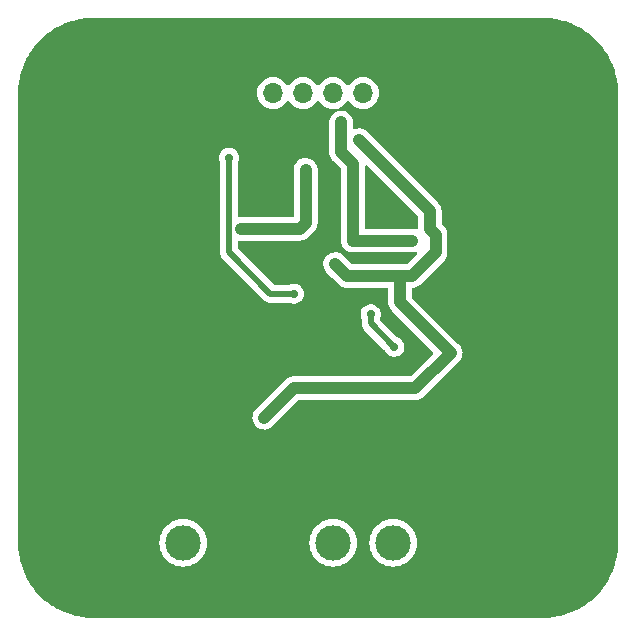
<source format=gbr>
%TF.GenerationSoftware,KiCad,Pcbnew,7.0.5*%
%TF.CreationDate,2023-09-16T15:22:35-07:00*%
%TF.ProjectId,PulseCounterI2C,50756c73-6543-46f7-956e-746572493243,rev?*%
%TF.SameCoordinates,Original*%
%TF.FileFunction,Copper,L2,Bot*%
%TF.FilePolarity,Positive*%
%FSLAX46Y46*%
G04 Gerber Fmt 4.6, Leading zero omitted, Abs format (unit mm)*
G04 Created by KiCad (PCBNEW 7.0.5) date 2023-09-16 15:22:35*
%MOMM*%
%LPD*%
G01*
G04 APERTURE LIST*
%TA.AperFunction,ComponentPad*%
%ADD10C,5.600000*%
%TD*%
%TA.AperFunction,ComponentPad*%
%ADD11R,1.700000X1.700000*%
%TD*%
%TA.AperFunction,ComponentPad*%
%ADD12O,1.700000X1.700000*%
%TD*%
%TA.AperFunction,ComponentPad*%
%ADD13R,3.000000X3.000000*%
%TD*%
%TA.AperFunction,ComponentPad*%
%ADD14C,3.000000*%
%TD*%
%TA.AperFunction,ViaPad*%
%ADD15C,0.700000*%
%TD*%
%TA.AperFunction,Conductor*%
%ADD16C,1.000000*%
%TD*%
%TA.AperFunction,Conductor*%
%ADD17C,0.500000*%
%TD*%
G04 APERTURE END LIST*
D10*
%TO.P,J2,1,Pin_1*%
%TO.N,GND*%
X165100000Y-63500000D03*
%TD*%
%TO.P,J4,1,Pin_1*%
%TO.N,GND*%
X127000000Y-101600000D03*
%TD*%
D11*
%TO.P,J7,1,Pin_1*%
%TO.N,GND*%
X152400000Y-63500000D03*
D12*
%TO.P,J7,2,Pin_2*%
%TO.N,/I2CConnector/VI2C*%
X149860000Y-63500000D03*
%TO.P,J7,3,Pin_3*%
%TO.N,Net-(D3-A)*%
X147320000Y-63500000D03*
%TO.P,J7,4,Pin_4*%
%TO.N,Net-(D2-A)*%
X144780000Y-63500000D03*
%TO.P,J7,5,Pin_5*%
%TO.N,/I2CConnector/INT*%
X142240000Y-63500000D03*
%TD*%
D13*
%TO.P,J6,1,Pin_1*%
%TO.N,GND*%
X139700000Y-101600000D03*
D14*
%TO.P,J6,2,Pin_2*%
%TO.N,Net-(J6-Pin_2)*%
X134620000Y-101600000D03*
%TD*%
D10*
%TO.P,J3,1,Pin_1*%
%TO.N,GND*%
X165100000Y-101600000D03*
%TD*%
D13*
%TO.P,J5,1,Pin_1*%
%TO.N,GND*%
X157480000Y-101600000D03*
D14*
%TO.P,J5,2,Pin_2*%
%TO.N,Net-(J5-Pin_2)*%
X152400000Y-101600000D03*
%TO.P,J5,3,Pin_3*%
%TO.N,+5V*%
X147320000Y-101600000D03*
%TD*%
D10*
%TO.P,J1,1,Pin_1*%
%TO.N,GND*%
X127000000Y-63500000D03*
%TD*%
D15*
%TO.N,GND*%
X149000000Y-82000000D03*
X150500000Y-70500000D03*
X144000000Y-82000000D03*
X143500000Y-95000000D03*
X146000000Y-91000000D03*
X140500000Y-71500000D03*
X134000000Y-81000000D03*
X133500000Y-73500000D03*
X128000000Y-92000000D03*
X128000000Y-96000000D03*
X146500000Y-66500000D03*
X152750000Y-83250000D03*
X128500000Y-84000000D03*
X141000000Y-77000000D03*
X155000000Y-80500000D03*
X153250000Y-86500000D03*
X139000000Y-66500000D03*
X143500000Y-66500000D03*
X152500000Y-74000000D03*
X135000000Y-90500000D03*
X144000000Y-91000000D03*
X152250000Y-90250000D03*
X141000000Y-89000000D03*
%TO.N,+5V*%
X149500000Y-67500000D03*
X141500000Y-91000000D03*
X157275000Y-85500000D03*
X153000000Y-79000000D03*
X147500000Y-78000000D03*
%TO.N,Net-(D2-A)*%
X144500000Y-75000000D03*
X145000000Y-70000000D03*
X139500000Y-75000000D03*
%TO.N,Net-(D3-A)*%
X148500000Y-69000000D03*
X154000000Y-76000000D03*
X148000000Y-66000000D03*
X149000000Y-76000000D03*
%TO.N,/I2CConnector/INT*%
X144000000Y-80500000D03*
X138500000Y-69000000D03*
%TO.N,/EEPROMI2C/SDA*%
X152500000Y-85000000D03*
X150500000Y-82250000D03*
%TD*%
D16*
%TO.N,GND*%
X139700000Y-101600000D02*
X139700000Y-95200000D01*
X139700000Y-98800000D02*
X143500000Y-95000000D01*
D17*
X150250000Y-80750000D02*
X149000000Y-82000000D01*
D16*
X146000000Y-91000000D02*
X146000000Y-92500000D01*
X127000000Y-63500000D02*
X136000000Y-63500000D01*
D17*
X151750000Y-81750000D02*
X150750000Y-80750000D01*
X150750000Y-80750000D02*
X150250000Y-80750000D01*
D16*
X139700000Y-95200000D02*
X135000000Y-90500000D01*
D17*
X152750000Y-83250000D02*
X151750000Y-82250000D01*
D16*
X136000000Y-63500000D02*
X139000000Y-66500000D01*
X146000000Y-92500000D02*
X143500000Y-95000000D01*
X139700000Y-101600000D02*
X139700000Y-98800000D01*
D17*
X151750000Y-82250000D02*
X151750000Y-81750000D01*
D16*
%TO.N,+5V*%
X154000000Y-79000000D02*
X153000000Y-79000000D01*
X144000000Y-88500000D02*
X154275000Y-88500000D01*
X141500000Y-91000000D02*
X144000000Y-88500000D01*
X155500000Y-73500000D02*
X155500000Y-75000000D01*
X156000000Y-77000000D02*
X154000000Y-79000000D01*
X153000000Y-79000000D02*
X148500000Y-79000000D01*
X155500000Y-75000000D02*
X156000000Y-75500000D01*
X154275000Y-88500000D02*
X157275000Y-85500000D01*
X149500000Y-67500000D02*
X155500000Y-73500000D01*
X153000000Y-79000000D02*
X153000000Y-81225000D01*
X153000000Y-81225000D02*
X157275000Y-85500000D01*
X148500000Y-79000000D02*
X147500000Y-78000000D01*
X156000000Y-75500000D02*
X156000000Y-77000000D01*
%TO.N,Net-(D2-A)*%
X144500000Y-75000000D02*
X139500000Y-75000000D01*
X145000000Y-70000000D02*
X145000000Y-74500000D01*
X145000000Y-74500000D02*
X144500000Y-75000000D01*
%TO.N,Net-(D3-A)*%
X148000000Y-66000000D02*
X148000000Y-68500000D01*
X154000000Y-76000000D02*
X149000000Y-76000000D01*
X149000000Y-76000000D02*
X149000000Y-69500000D01*
X148000000Y-68500000D02*
X148500000Y-69000000D01*
X149000000Y-69500000D02*
X148500000Y-69000000D01*
D17*
%TO.N,/I2CConnector/INT*%
X144000000Y-80500000D02*
X142000000Y-80500000D01*
X138500000Y-77000000D02*
X138500000Y-69000000D01*
X142000000Y-80500000D02*
X138500000Y-77000000D01*
%TO.N,/EEPROMI2C/SDA*%
X150500000Y-82250000D02*
X150500000Y-83000000D01*
X150500000Y-83000000D02*
X152500000Y-85000000D01*
%TD*%
%TA.AperFunction,Conductor*%
%TO.N,GND*%
G36*
X150205703Y-69621069D02*
G01*
X150212166Y-69627087D01*
X154463182Y-73878103D01*
X154496666Y-73939424D01*
X154499500Y-73965782D01*
X154499500Y-74937469D01*
X154479815Y-75004508D01*
X154427011Y-75050263D01*
X154357853Y-75060207D01*
X154326603Y-75051421D01*
X154301060Y-75040460D01*
X154101741Y-74999500D01*
X150124500Y-74999500D01*
X150057461Y-74979815D01*
X150011706Y-74927011D01*
X150000500Y-74875500D01*
X150000500Y-69714782D01*
X150020185Y-69647743D01*
X150072989Y-69601988D01*
X150142147Y-69592044D01*
X150205703Y-69621069D01*
G37*
%TD.AperFunction*%
%TA.AperFunction,Conductor*%
G36*
X165101132Y-57150542D02*
G01*
X165367225Y-57160498D01*
X165577583Y-57168764D01*
X165582032Y-57169102D01*
X165835974Y-57197715D01*
X166061099Y-57224360D01*
X166065303Y-57225006D01*
X166313451Y-57271958D01*
X166538986Y-57316819D01*
X166542853Y-57317721D01*
X166785652Y-57382779D01*
X167008288Y-57445569D01*
X167011911Y-57446713D01*
X167248532Y-57529511D01*
X167466363Y-57609873D01*
X167469661Y-57611200D01*
X167698568Y-57711071D01*
X167699704Y-57711581D01*
X167910484Y-57808752D01*
X167913428Y-57810207D01*
X168134014Y-57926790D01*
X168135262Y-57927469D01*
X168338027Y-58041023D01*
X168340662Y-58042587D01*
X168546667Y-58172028D01*
X168551743Y-58175218D01*
X168553185Y-58176152D01*
X168746495Y-58305318D01*
X168748867Y-58306984D01*
X168949333Y-58454935D01*
X168950874Y-58456110D01*
X169133553Y-58600123D01*
X169135549Y-58601767D01*
X169324378Y-58764267D01*
X169326007Y-58765721D01*
X169496852Y-58923648D01*
X169498594Y-58925324D01*
X169674674Y-59101404D01*
X169676362Y-59103159D01*
X169834277Y-59273991D01*
X169835738Y-59275628D01*
X169998223Y-59464440D01*
X169999883Y-59466456D01*
X170143868Y-59649099D01*
X170145063Y-59650665D01*
X170293014Y-59851131D01*
X170294680Y-59853503D01*
X170423834Y-60046795D01*
X170424780Y-60048255D01*
X170557390Y-60259301D01*
X170558988Y-60261993D01*
X170672508Y-60464698D01*
X170673228Y-60466022D01*
X170789777Y-60686542D01*
X170791259Y-60689541D01*
X170888414Y-60900288D01*
X170888936Y-60901451D01*
X170988796Y-61130333D01*
X170990138Y-61133668D01*
X171070486Y-61351463D01*
X171153284Y-61588086D01*
X171154436Y-61591735D01*
X171217221Y-61814353D01*
X171282270Y-62057118D01*
X171283188Y-62061057D01*
X171328039Y-62286534D01*
X171374989Y-62534677D01*
X171375640Y-62538917D01*
X171402279Y-62763983D01*
X171430894Y-63017950D01*
X171431237Y-63022459D01*
X171439521Y-63233300D01*
X171440480Y-63258942D01*
X171449457Y-63498868D01*
X171449500Y-63501152D01*
X171449500Y-101598847D01*
X171449457Y-101601132D01*
X171440985Y-101827555D01*
X171439521Y-101866699D01*
X171431237Y-102077539D01*
X171430894Y-102082048D01*
X171402279Y-102336015D01*
X171375640Y-102561081D01*
X171374989Y-102565321D01*
X171328039Y-102813464D01*
X171283192Y-103038927D01*
X171282270Y-103042880D01*
X171217221Y-103285645D01*
X171154436Y-103508263D01*
X171153284Y-103511912D01*
X171070486Y-103748535D01*
X170990138Y-103966330D01*
X170988796Y-103969665D01*
X170888936Y-104198547D01*
X170888414Y-104199710D01*
X170791259Y-104410457D01*
X170789769Y-104413472D01*
X170673228Y-104633976D01*
X170672508Y-104635300D01*
X170558988Y-104838005D01*
X170557390Y-104840697D01*
X170424780Y-105051743D01*
X170423834Y-105053203D01*
X170294680Y-105246495D01*
X170293014Y-105248867D01*
X170145063Y-105449333D01*
X170143868Y-105450899D01*
X169999906Y-105633515D01*
X169998210Y-105635574D01*
X169835743Y-105824364D01*
X169834277Y-105826007D01*
X169676362Y-105996839D01*
X169674674Y-105998594D01*
X169498594Y-106174674D01*
X169496839Y-106176362D01*
X169326007Y-106334277D01*
X169324364Y-106335743D01*
X169135574Y-106498210D01*
X169133515Y-106499906D01*
X168950899Y-106643868D01*
X168949333Y-106645063D01*
X168748867Y-106793014D01*
X168746495Y-106794680D01*
X168553203Y-106923834D01*
X168551743Y-106924780D01*
X168340697Y-107057390D01*
X168338005Y-107058988D01*
X168135300Y-107172508D01*
X168133976Y-107173228D01*
X167913472Y-107289769D01*
X167910457Y-107291259D01*
X167699710Y-107388414D01*
X167698547Y-107388936D01*
X167469665Y-107488796D01*
X167466330Y-107490138D01*
X167248535Y-107570486D01*
X167011912Y-107653284D01*
X167008263Y-107654436D01*
X166785645Y-107717221D01*
X166542880Y-107782270D01*
X166538927Y-107783192D01*
X166313464Y-107828039D01*
X166065321Y-107874989D01*
X166061081Y-107875640D01*
X165836015Y-107902279D01*
X165582048Y-107930894D01*
X165577538Y-107931237D01*
X165366889Y-107939513D01*
X165203648Y-107945621D01*
X165101132Y-107949457D01*
X165098848Y-107949500D01*
X127001152Y-107949500D01*
X126998867Y-107949457D01*
X126891409Y-107945436D01*
X126733109Y-107939513D01*
X126522460Y-107931237D01*
X126517950Y-107930894D01*
X126263983Y-107902279D01*
X126038917Y-107875640D01*
X126034677Y-107874989D01*
X125786534Y-107828039D01*
X125561057Y-107783188D01*
X125557118Y-107782270D01*
X125314353Y-107717221D01*
X125091735Y-107654436D01*
X125088086Y-107653284D01*
X124851463Y-107570486D01*
X124633668Y-107490138D01*
X124630333Y-107488796D01*
X124401451Y-107388936D01*
X124400288Y-107388414D01*
X124189541Y-107291259D01*
X124186542Y-107289777D01*
X124051687Y-107218504D01*
X123966022Y-107173228D01*
X123964698Y-107172508D01*
X123761993Y-107058988D01*
X123759313Y-107057397D01*
X123637545Y-106980885D01*
X123548255Y-106924780D01*
X123546795Y-106923834D01*
X123353503Y-106794680D01*
X123351131Y-106793014D01*
X123150665Y-106645063D01*
X123149099Y-106643868D01*
X122966456Y-106499883D01*
X122964440Y-106498223D01*
X122775628Y-106335738D01*
X122773991Y-106334277D01*
X122603159Y-106176362D01*
X122601404Y-106174674D01*
X122425324Y-105998594D01*
X122423648Y-105996852D01*
X122265721Y-105826007D01*
X122264255Y-105824364D01*
X122101767Y-105635549D01*
X122100123Y-105633553D01*
X121956110Y-105450874D01*
X121954935Y-105449333D01*
X121806984Y-105248867D01*
X121805318Y-105246495D01*
X121676164Y-105053203D01*
X121675218Y-105051743D01*
X121672028Y-105046667D01*
X121542587Y-104840662D01*
X121541023Y-104838027D01*
X121427469Y-104635262D01*
X121426790Y-104634014D01*
X121310207Y-104413428D01*
X121308752Y-104410484D01*
X121211581Y-104199704D01*
X121211062Y-104198547D01*
X121111202Y-103969665D01*
X121109873Y-103966363D01*
X121029507Y-103748521D01*
X120946714Y-103511912D01*
X120945569Y-103508288D01*
X120882779Y-103285652D01*
X120817721Y-103042853D01*
X120816819Y-103038986D01*
X120771958Y-102813451D01*
X120725006Y-102565303D01*
X120724360Y-102561099D01*
X120697715Y-102335974D01*
X120669102Y-102082032D01*
X120668764Y-102077581D01*
X120660489Y-101866983D01*
X120650542Y-101601131D01*
X120650521Y-101600001D01*
X132614390Y-101600001D01*
X132634804Y-101885433D01*
X132695628Y-102165037D01*
X132695630Y-102165043D01*
X132695631Y-102165046D01*
X132795633Y-102433161D01*
X132795635Y-102433166D01*
X132932770Y-102684309D01*
X132932775Y-102684317D01*
X133104254Y-102913387D01*
X133104270Y-102913405D01*
X133306594Y-103115729D01*
X133306612Y-103115745D01*
X133535682Y-103287224D01*
X133535690Y-103287229D01*
X133786833Y-103424364D01*
X133786832Y-103424364D01*
X133786836Y-103424365D01*
X133786839Y-103424367D01*
X134054954Y-103524369D01*
X134054960Y-103524370D01*
X134054962Y-103524371D01*
X134334566Y-103585195D01*
X134334568Y-103585195D01*
X134334572Y-103585196D01*
X134588220Y-103603337D01*
X134619999Y-103605610D01*
X134620000Y-103605610D01*
X134620001Y-103605610D01*
X134648595Y-103603564D01*
X134905428Y-103585196D01*
X135185046Y-103524369D01*
X135453161Y-103424367D01*
X135704315Y-103287226D01*
X135933395Y-103115739D01*
X136135739Y-102913395D01*
X136307226Y-102684315D01*
X136444367Y-102433161D01*
X136544369Y-102165046D01*
X136605196Y-101885428D01*
X136625610Y-101600001D01*
X145314390Y-101600001D01*
X145334804Y-101885433D01*
X145395628Y-102165037D01*
X145395630Y-102165043D01*
X145395631Y-102165046D01*
X145495633Y-102433161D01*
X145495635Y-102433166D01*
X145632770Y-102684309D01*
X145632775Y-102684317D01*
X145804254Y-102913387D01*
X145804270Y-102913405D01*
X146006594Y-103115729D01*
X146006612Y-103115745D01*
X146235682Y-103287224D01*
X146235690Y-103287229D01*
X146486833Y-103424364D01*
X146486832Y-103424364D01*
X146486836Y-103424365D01*
X146486839Y-103424367D01*
X146754954Y-103524369D01*
X146754960Y-103524370D01*
X146754962Y-103524371D01*
X147034566Y-103585195D01*
X147034568Y-103585195D01*
X147034572Y-103585196D01*
X147288220Y-103603337D01*
X147319999Y-103605610D01*
X147320000Y-103605610D01*
X147320001Y-103605610D01*
X147348595Y-103603564D01*
X147605428Y-103585196D01*
X147885046Y-103524369D01*
X148153161Y-103424367D01*
X148404315Y-103287226D01*
X148633395Y-103115739D01*
X148835739Y-102913395D01*
X149007226Y-102684315D01*
X149144367Y-102433161D01*
X149244369Y-102165046D01*
X149305196Y-101885428D01*
X149325610Y-101600001D01*
X150394390Y-101600001D01*
X150414804Y-101885433D01*
X150475628Y-102165037D01*
X150475630Y-102165043D01*
X150475631Y-102165046D01*
X150575633Y-102433161D01*
X150575635Y-102433166D01*
X150712770Y-102684309D01*
X150712775Y-102684317D01*
X150884254Y-102913387D01*
X150884270Y-102913405D01*
X151086594Y-103115729D01*
X151086612Y-103115745D01*
X151315682Y-103287224D01*
X151315690Y-103287229D01*
X151566833Y-103424364D01*
X151566832Y-103424364D01*
X151566836Y-103424365D01*
X151566839Y-103424367D01*
X151834954Y-103524369D01*
X151834960Y-103524370D01*
X151834962Y-103524371D01*
X152114566Y-103585195D01*
X152114568Y-103585195D01*
X152114572Y-103585196D01*
X152368220Y-103603337D01*
X152399999Y-103605610D01*
X152400000Y-103605610D01*
X152400001Y-103605610D01*
X152428595Y-103603564D01*
X152685428Y-103585196D01*
X152965046Y-103524369D01*
X153233161Y-103424367D01*
X153484315Y-103287226D01*
X153713395Y-103115739D01*
X153915739Y-102913395D01*
X154087226Y-102684315D01*
X154224367Y-102433161D01*
X154324369Y-102165046D01*
X154385196Y-101885428D01*
X154405610Y-101600000D01*
X154385196Y-101314572D01*
X154324369Y-101034954D01*
X154224367Y-100766839D01*
X154087226Y-100515685D01*
X154087224Y-100515682D01*
X153915745Y-100286612D01*
X153915729Y-100286594D01*
X153713405Y-100084270D01*
X153713387Y-100084254D01*
X153484317Y-99912775D01*
X153484309Y-99912770D01*
X153233166Y-99775635D01*
X153233167Y-99775635D01*
X153125915Y-99735632D01*
X152965046Y-99675631D01*
X152965043Y-99675630D01*
X152965037Y-99675628D01*
X152685433Y-99614804D01*
X152400001Y-99594390D01*
X152399999Y-99594390D01*
X152114566Y-99614804D01*
X151834962Y-99675628D01*
X151566833Y-99775635D01*
X151315690Y-99912770D01*
X151315682Y-99912775D01*
X151086612Y-100084254D01*
X151086594Y-100084270D01*
X150884270Y-100286594D01*
X150884254Y-100286612D01*
X150712775Y-100515682D01*
X150712770Y-100515690D01*
X150575635Y-100766833D01*
X150475628Y-101034962D01*
X150414804Y-101314566D01*
X150394390Y-101599998D01*
X150394390Y-101600001D01*
X149325610Y-101600001D01*
X149325610Y-101600000D01*
X149305196Y-101314572D01*
X149244369Y-101034954D01*
X149144367Y-100766839D01*
X149007226Y-100515685D01*
X149007224Y-100515682D01*
X148835745Y-100286612D01*
X148835729Y-100286594D01*
X148633405Y-100084270D01*
X148633387Y-100084254D01*
X148404317Y-99912775D01*
X148404309Y-99912770D01*
X148153166Y-99775635D01*
X148153167Y-99775635D01*
X148045914Y-99735632D01*
X147885046Y-99675631D01*
X147885043Y-99675630D01*
X147885037Y-99675628D01*
X147605433Y-99614804D01*
X147320001Y-99594390D01*
X147319999Y-99594390D01*
X147034566Y-99614804D01*
X146754962Y-99675628D01*
X146486833Y-99775635D01*
X146235690Y-99912770D01*
X146235682Y-99912775D01*
X146006612Y-100084254D01*
X146006594Y-100084270D01*
X145804270Y-100286594D01*
X145804254Y-100286612D01*
X145632775Y-100515682D01*
X145632770Y-100515690D01*
X145495635Y-100766833D01*
X145395628Y-101034962D01*
X145334804Y-101314566D01*
X145314390Y-101599998D01*
X145314390Y-101600001D01*
X136625610Y-101600001D01*
X136625610Y-101600000D01*
X136605196Y-101314572D01*
X136544369Y-101034954D01*
X136444367Y-100766839D01*
X136307226Y-100515685D01*
X136307224Y-100515682D01*
X136135745Y-100286612D01*
X136135729Y-100286594D01*
X135933405Y-100084270D01*
X135933387Y-100084254D01*
X135704317Y-99912775D01*
X135704309Y-99912770D01*
X135453166Y-99775635D01*
X135453167Y-99775635D01*
X135345915Y-99735632D01*
X135185046Y-99675631D01*
X135185043Y-99675630D01*
X135185037Y-99675628D01*
X134905433Y-99614804D01*
X134620001Y-99594390D01*
X134619999Y-99594390D01*
X134334566Y-99614804D01*
X134054962Y-99675628D01*
X133786833Y-99775635D01*
X133535690Y-99912770D01*
X133535682Y-99912775D01*
X133306612Y-100084254D01*
X133306594Y-100084270D01*
X133104270Y-100286594D01*
X133104254Y-100286612D01*
X132932775Y-100515682D01*
X132932770Y-100515690D01*
X132795635Y-100766833D01*
X132695628Y-101034962D01*
X132634804Y-101314566D01*
X132614390Y-101599998D01*
X132614390Y-101600001D01*
X120650521Y-101600001D01*
X120650500Y-101598848D01*
X120650500Y-91025477D01*
X140494662Y-91025477D01*
X140520368Y-91227321D01*
X140520370Y-91227329D01*
X140586183Y-91419870D01*
X140586189Y-91419882D01*
X140689406Y-91595221D01*
X140689411Y-91595228D01*
X140825820Y-91746212D01*
X140989828Y-91866646D01*
X140989832Y-91866648D01*
X140989833Y-91866649D01*
X141174732Y-91951605D01*
X141240456Y-91966857D01*
X141372945Y-91997603D01*
X141576358Y-92002757D01*
X141576358Y-92002756D01*
X141576363Y-92002757D01*
X141755853Y-91970586D01*
X141776648Y-91966859D01*
X141776648Y-91966858D01*
X141776653Y-91966858D01*
X141965617Y-91891377D01*
X142135519Y-91779402D01*
X144378101Y-89536818D01*
X144439424Y-89503334D01*
X144465782Y-89500500D01*
X154261507Y-89500500D01*
X154263069Y-89500519D01*
X154300283Y-89501462D01*
X154351358Y-89502757D01*
X154351358Y-89502756D01*
X154351363Y-89502757D01*
X154411753Y-89491932D01*
X154416412Y-89491280D01*
X154458607Y-89486988D01*
X154477438Y-89485074D01*
X154510227Y-89474786D01*
X154517840Y-89472918D01*
X154551653Y-89466858D01*
X154608621Y-89444101D01*
X154613053Y-89442524D01*
X154671588Y-89424159D01*
X154701627Y-89407484D01*
X154708708Y-89404122D01*
X154740617Y-89391377D01*
X154791854Y-89357608D01*
X154795851Y-89355187D01*
X154849502Y-89325409D01*
X154875568Y-89303030D01*
X154881843Y-89298300D01*
X154910519Y-89279402D01*
X154953917Y-89236002D01*
X154957336Y-89232834D01*
X155003895Y-89192866D01*
X155024931Y-89165688D01*
X155030101Y-89159818D01*
X157963444Y-86226475D01*
X157965670Y-86224358D01*
X158021213Y-86174179D01*
X158065498Y-86113868D01*
X158067378Y-86111438D01*
X158114698Y-86053407D01*
X158122158Y-86039123D01*
X158132118Y-86023143D01*
X158141649Y-86010167D01*
X158172893Y-85942164D01*
X158174270Y-85939360D01*
X158208909Y-85873049D01*
X158213339Y-85857567D01*
X158219881Y-85839901D01*
X158226605Y-85825268D01*
X158243520Y-85752372D01*
X158244304Y-85749348D01*
X158246804Y-85740612D01*
X158264887Y-85677418D01*
X158266109Y-85661352D01*
X158268960Y-85642749D01*
X158272603Y-85627054D01*
X158274498Y-85552247D01*
X158274657Y-85549111D01*
X158280337Y-85474521D01*
X158278303Y-85458556D01*
X158277348Y-85439742D01*
X158277757Y-85423637D01*
X158264558Y-85349999D01*
X158264082Y-85346892D01*
X158262358Y-85333358D01*
X158254630Y-85272672D01*
X158249418Y-85257427D01*
X158244698Y-85239198D01*
X158241858Y-85223347D01*
X158214098Y-85153852D01*
X158213015Y-85150926D01*
X158188818Y-85080134D01*
X158188814Y-85080124D01*
X158186546Y-85076272D01*
X158180644Y-85066246D01*
X158172350Y-85049337D01*
X158166379Y-85034387D01*
X158166378Y-85034386D01*
X158166377Y-85034383D01*
X158125197Y-84971900D01*
X158123552Y-84969260D01*
X158085591Y-84904773D01*
X158074786Y-84892813D01*
X158063268Y-84877934D01*
X158054402Y-84864481D01*
X158054399Y-84864478D01*
X158054398Y-84864476D01*
X158001514Y-84811593D01*
X157999349Y-84809316D01*
X157949182Y-84753789D01*
X157949181Y-84753788D01*
X157949179Y-84753786D01*
X157936186Y-84744245D01*
X157921905Y-84731984D01*
X154036819Y-80846898D01*
X154003334Y-80785575D01*
X154000500Y-80759217D01*
X154000500Y-80120104D01*
X154020185Y-80053065D01*
X154072989Y-80007310D01*
X154102615Y-79998051D01*
X154133622Y-79992494D01*
X154136747Y-79991934D01*
X154141401Y-79991280D01*
X154202438Y-79985074D01*
X154235227Y-79974786D01*
X154242840Y-79972918D01*
X154276653Y-79966858D01*
X154333621Y-79944101D01*
X154338053Y-79942524D01*
X154396588Y-79924159D01*
X154426627Y-79907484D01*
X154433708Y-79904122D01*
X154465617Y-79891377D01*
X154516854Y-79857608D01*
X154520851Y-79855187D01*
X154574502Y-79825409D01*
X154600568Y-79803030D01*
X154606843Y-79798300D01*
X154607159Y-79798092D01*
X154635519Y-79779402D01*
X154678892Y-79736027D01*
X154682350Y-79732823D01*
X154721691Y-79699050D01*
X154728895Y-79692866D01*
X154749928Y-79665691D01*
X154755098Y-79659821D01*
X156697982Y-77716936D01*
X156698995Y-77715949D01*
X156763053Y-77655059D01*
X156798099Y-77604706D01*
X156800938Y-77600941D01*
X156804612Y-77596435D01*
X156839698Y-77553407D01*
X156855601Y-77522960D01*
X156859674Y-77516239D01*
X156864489Y-77509320D01*
X156879295Y-77488049D01*
X156903492Y-77431660D01*
X156905498Y-77427435D01*
X156933909Y-77373049D01*
X156943357Y-77340022D01*
X156945988Y-77332633D01*
X156959540Y-77301058D01*
X156971895Y-77240930D01*
X156972999Y-77236429D01*
X156989886Y-77177418D01*
X156992494Y-77143157D01*
X156993585Y-77135389D01*
X157000500Y-77101743D01*
X157000500Y-77040398D01*
X157000679Y-77035688D01*
X157001107Y-77030064D01*
X157005337Y-76974524D01*
X157002473Y-76952038D01*
X157000997Y-76940442D01*
X157000500Y-76932603D01*
X157000500Y-75513491D01*
X157000520Y-75511921D01*
X157002757Y-75423641D01*
X157002756Y-75423640D01*
X157002757Y-75423637D01*
X156991933Y-75363249D01*
X156991280Y-75358587D01*
X156985074Y-75297563D01*
X156985074Y-75297562D01*
X156974784Y-75264768D01*
X156972917Y-75257155D01*
X156966858Y-75223348D01*
X156963882Y-75215897D01*
X156944095Y-75166361D01*
X156942527Y-75161955D01*
X156929585Y-75120705D01*
X156924161Y-75103416D01*
X156924160Y-75103414D01*
X156923806Y-75102777D01*
X156907491Y-75073383D01*
X156904124Y-75066295D01*
X156891378Y-75034383D01*
X156857612Y-74983150D01*
X156855183Y-74979142D01*
X156825409Y-74925498D01*
X156803034Y-74899434D01*
X156798306Y-74893163D01*
X156779404Y-74864484D01*
X156779399Y-74864478D01*
X156747548Y-74832628D01*
X156736019Y-74821099D01*
X156732828Y-74817655D01*
X156692865Y-74771104D01*
X156665694Y-74750072D01*
X156659807Y-74744887D01*
X156536819Y-74621899D01*
X156503334Y-74560576D01*
X156500500Y-74534218D01*
X156500500Y-73513451D01*
X156500520Y-73511881D01*
X156502756Y-73423642D01*
X156502755Y-73423641D01*
X156502756Y-73423636D01*
X156491929Y-73363233D01*
X156491282Y-73358620D01*
X156485074Y-73297562D01*
X156485073Y-73297560D01*
X156485073Y-73297557D01*
X156474790Y-73264787D01*
X156472917Y-73257154D01*
X156466858Y-73223348D01*
X156444102Y-73166378D01*
X156442521Y-73161937D01*
X156424157Y-73103407D01*
X156407488Y-73073378D01*
X156404117Y-73066278D01*
X156391378Y-73034386D01*
X156391377Y-73034383D01*
X156357620Y-72983163D01*
X156355180Y-72979134D01*
X156344379Y-72959675D01*
X156325409Y-72925498D01*
X156325407Y-72925495D01*
X156303033Y-72899434D01*
X156298302Y-72893159D01*
X156279402Y-72864481D01*
X156236012Y-72821091D01*
X156232822Y-72817648D01*
X156192867Y-72771106D01*
X156192863Y-72771102D01*
X156165698Y-72750074D01*
X156159803Y-72744882D01*
X150171582Y-66756662D01*
X150053409Y-66660304D01*
X150053410Y-66660304D01*
X150053407Y-66660302D01*
X149873049Y-66566091D01*
X149842354Y-66557308D01*
X149713257Y-66520368D01*
X149677418Y-66510113D01*
X149677417Y-66510112D01*
X149677416Y-66510112D01*
X149474525Y-66494662D01*
X149474522Y-66494662D01*
X149272678Y-66520368D01*
X149272667Y-66520371D01*
X149164606Y-66557308D01*
X149094804Y-66560365D01*
X149034429Y-66525198D01*
X149002652Y-66462973D01*
X149000500Y-66439973D01*
X149000500Y-65949256D01*
X148985074Y-65797560D01*
X148924162Y-65603420D01*
X148924160Y-65603416D01*
X148924159Y-65603412D01*
X148825409Y-65425498D01*
X148825408Y-65425497D01*
X148825407Y-65425495D01*
X148692867Y-65271106D01*
X148692865Y-65271104D01*
X148531962Y-65146554D01*
X148531959Y-65146553D01*
X148531958Y-65146552D01*
X148349271Y-65056940D01*
X148152285Y-65005937D01*
X148152287Y-65005937D01*
X148016804Y-64999066D01*
X147949064Y-64995631D01*
X147949063Y-64995631D01*
X147949061Y-64995631D01*
X147850980Y-65010657D01*
X147781733Y-65001351D01*
X147728509Y-64956084D01*
X147708208Y-64889229D01*
X147727274Y-64822011D01*
X147779655Y-64775772D01*
X147779798Y-64775705D01*
X147783661Y-64773903D01*
X147783663Y-64773903D01*
X147997830Y-64674035D01*
X148191401Y-64538495D01*
X148358495Y-64371401D01*
X148488424Y-64185842D01*
X148543002Y-64142217D01*
X148612500Y-64135023D01*
X148674855Y-64166546D01*
X148691575Y-64185842D01*
X148821500Y-64371395D01*
X148821505Y-64371401D01*
X148988599Y-64538495D01*
X149085384Y-64606264D01*
X149182165Y-64674032D01*
X149182167Y-64674033D01*
X149182170Y-64674035D01*
X149396337Y-64773903D01*
X149624592Y-64835063D01*
X149812918Y-64851539D01*
X149859999Y-64855659D01*
X149860000Y-64855659D01*
X149860001Y-64855659D01*
X149899234Y-64852226D01*
X150095408Y-64835063D01*
X150323663Y-64773903D01*
X150537830Y-64674035D01*
X150731401Y-64538495D01*
X150898495Y-64371401D01*
X151034035Y-64177830D01*
X151133903Y-63963663D01*
X151195063Y-63735408D01*
X151215659Y-63500000D01*
X151195063Y-63264592D01*
X151133903Y-63036337D01*
X151034035Y-62822171D01*
X151028425Y-62814158D01*
X150898494Y-62628597D01*
X150731402Y-62461506D01*
X150731395Y-62461501D01*
X150537834Y-62325967D01*
X150537830Y-62325965D01*
X150453270Y-62286534D01*
X150323663Y-62226097D01*
X150323659Y-62226096D01*
X150323655Y-62226094D01*
X150095413Y-62164938D01*
X150095403Y-62164936D01*
X149860001Y-62144341D01*
X149859999Y-62144341D01*
X149624596Y-62164936D01*
X149624586Y-62164938D01*
X149396344Y-62226094D01*
X149396335Y-62226098D01*
X149182171Y-62325964D01*
X149182169Y-62325965D01*
X148988597Y-62461505D01*
X148821505Y-62628597D01*
X148691575Y-62814158D01*
X148636998Y-62857783D01*
X148567500Y-62864977D01*
X148505145Y-62833454D01*
X148488425Y-62814158D01*
X148358494Y-62628597D01*
X148191402Y-62461506D01*
X148191395Y-62461501D01*
X147997834Y-62325967D01*
X147997830Y-62325965D01*
X147913270Y-62286534D01*
X147783663Y-62226097D01*
X147783659Y-62226096D01*
X147783655Y-62226094D01*
X147555413Y-62164938D01*
X147555403Y-62164936D01*
X147320001Y-62144341D01*
X147319999Y-62144341D01*
X147084596Y-62164936D01*
X147084586Y-62164938D01*
X146856344Y-62226094D01*
X146856335Y-62226098D01*
X146642171Y-62325964D01*
X146642169Y-62325965D01*
X146448597Y-62461505D01*
X146281505Y-62628597D01*
X146151575Y-62814158D01*
X146096998Y-62857783D01*
X146027500Y-62864977D01*
X145965145Y-62833454D01*
X145948425Y-62814158D01*
X145818494Y-62628597D01*
X145651402Y-62461506D01*
X145651395Y-62461501D01*
X145457834Y-62325967D01*
X145457830Y-62325965D01*
X145373270Y-62286534D01*
X145243663Y-62226097D01*
X145243659Y-62226096D01*
X145243655Y-62226094D01*
X145015413Y-62164938D01*
X145015403Y-62164936D01*
X144780001Y-62144341D01*
X144779999Y-62144341D01*
X144544596Y-62164936D01*
X144544586Y-62164938D01*
X144316344Y-62226094D01*
X144316335Y-62226098D01*
X144102171Y-62325964D01*
X144102169Y-62325965D01*
X143908597Y-62461505D01*
X143741505Y-62628597D01*
X143611575Y-62814158D01*
X143556998Y-62857783D01*
X143487500Y-62864977D01*
X143425145Y-62833454D01*
X143408425Y-62814158D01*
X143278494Y-62628597D01*
X143111402Y-62461506D01*
X143111395Y-62461501D01*
X142917834Y-62325967D01*
X142917830Y-62325965D01*
X142833270Y-62286534D01*
X142703663Y-62226097D01*
X142703659Y-62226096D01*
X142703655Y-62226094D01*
X142475413Y-62164938D01*
X142475403Y-62164936D01*
X142240001Y-62144341D01*
X142239999Y-62144341D01*
X142004596Y-62164936D01*
X142004586Y-62164938D01*
X141776344Y-62226094D01*
X141776335Y-62226098D01*
X141562171Y-62325964D01*
X141562169Y-62325965D01*
X141368597Y-62461505D01*
X141201505Y-62628597D01*
X141065965Y-62822169D01*
X141065964Y-62822171D01*
X140966098Y-63036335D01*
X140966094Y-63036344D01*
X140904938Y-63264586D01*
X140904936Y-63264596D01*
X140884341Y-63499999D01*
X140884341Y-63500000D01*
X140904936Y-63735403D01*
X140904938Y-63735413D01*
X140966094Y-63963655D01*
X140966096Y-63963659D01*
X140966097Y-63963663D01*
X140970000Y-63972032D01*
X141065965Y-64177830D01*
X141065967Y-64177834D01*
X141174281Y-64332521D01*
X141201505Y-64371401D01*
X141368599Y-64538495D01*
X141465384Y-64606264D01*
X141562165Y-64674032D01*
X141562167Y-64674033D01*
X141562170Y-64674035D01*
X141776337Y-64773903D01*
X142004592Y-64835063D01*
X142192918Y-64851539D01*
X142239999Y-64855659D01*
X142240000Y-64855659D01*
X142240001Y-64855659D01*
X142279234Y-64852226D01*
X142475408Y-64835063D01*
X142703663Y-64773903D01*
X142917830Y-64674035D01*
X143111401Y-64538495D01*
X143278495Y-64371401D01*
X143408424Y-64185842D01*
X143463002Y-64142217D01*
X143532500Y-64135023D01*
X143594855Y-64166546D01*
X143611575Y-64185842D01*
X143741500Y-64371395D01*
X143741505Y-64371401D01*
X143908599Y-64538495D01*
X144005384Y-64606264D01*
X144102165Y-64674032D01*
X144102167Y-64674033D01*
X144102170Y-64674035D01*
X144316337Y-64773903D01*
X144544592Y-64835063D01*
X144732918Y-64851539D01*
X144779999Y-64855659D01*
X144780000Y-64855659D01*
X144780001Y-64855659D01*
X144819234Y-64852226D01*
X145015408Y-64835063D01*
X145243663Y-64773903D01*
X145457830Y-64674035D01*
X145651401Y-64538495D01*
X145818495Y-64371401D01*
X145948424Y-64185842D01*
X146003002Y-64142217D01*
X146072500Y-64135023D01*
X146134855Y-64166546D01*
X146151575Y-64185842D01*
X146281500Y-64371395D01*
X146281505Y-64371401D01*
X146448599Y-64538495D01*
X146545384Y-64606264D01*
X146642165Y-64674032D01*
X146642167Y-64674033D01*
X146642170Y-64674035D01*
X146856337Y-64773903D01*
X147084592Y-64835063D01*
X147272918Y-64851539D01*
X147319999Y-64855659D01*
X147320000Y-64855659D01*
X147320001Y-64855659D01*
X147337529Y-64854125D01*
X147555408Y-64835063D01*
X147555420Y-64835059D01*
X147557267Y-64834735D01*
X147558097Y-64834827D01*
X147560801Y-64834591D01*
X147560848Y-64835134D01*
X147626706Y-64842479D01*
X147680936Y-64886535D01*
X147702738Y-64952916D01*
X147685190Y-65020547D01*
X147633865Y-65067954D01*
X147621866Y-65073132D01*
X147557119Y-65097111D01*
X147557111Y-65097115D01*
X147384432Y-65204745D01*
X147384427Y-65204749D01*
X147236949Y-65344938D01*
X147236948Y-65344940D01*
X147120705Y-65511949D01*
X147040459Y-65698943D01*
X146999500Y-65898258D01*
X146999500Y-68486506D01*
X146999480Y-68488076D01*
X146997243Y-68576362D01*
X146997243Y-68576370D01*
X147008064Y-68636739D01*
X147008718Y-68641404D01*
X147014925Y-68702430D01*
X147014927Y-68702444D01*
X147025208Y-68735213D01*
X147027079Y-68742837D01*
X147033142Y-68776652D01*
X147033142Y-68776655D01*
X147055894Y-68833612D01*
X147057474Y-68838051D01*
X147075841Y-68896588D01*
X147075844Y-68896595D01*
X147092509Y-68926619D01*
X147095879Y-68933714D01*
X147108622Y-68965614D01*
X147108627Y-68965624D01*
X147142377Y-69016833D01*
X147144818Y-69020863D01*
X147174588Y-69074498D01*
X147174589Y-69074499D01*
X147174591Y-69074502D01*
X147196968Y-69100567D01*
X147201693Y-69106835D01*
X147214263Y-69125906D01*
X147220598Y-69135519D01*
X147263978Y-69178899D01*
X147267169Y-69182343D01*
X147307131Y-69228892D01*
X147307134Y-69228895D01*
X147334294Y-69249918D01*
X147340190Y-69255111D01*
X147963181Y-69878102D01*
X147996666Y-69939425D01*
X147999500Y-69965783D01*
X147999500Y-75973070D01*
X147999420Y-75976210D01*
X147995631Y-76050935D01*
X147995631Y-76050936D01*
X148006957Y-76124877D01*
X148007354Y-76127991D01*
X148014925Y-76202437D01*
X148014926Y-76202440D01*
X148019749Y-76217814D01*
X148024003Y-76236147D01*
X148026442Y-76252064D01*
X148026443Y-76252068D01*
X148052427Y-76322232D01*
X148053441Y-76325198D01*
X148075841Y-76396588D01*
X148075842Y-76396589D01*
X148075843Y-76396592D01*
X148083657Y-76410670D01*
X148091517Y-76427777D01*
X148097111Y-76442881D01*
X148097114Y-76442887D01*
X148136694Y-76506390D01*
X148138288Y-76509096D01*
X148174592Y-76574503D01*
X148174593Y-76574504D01*
X148185078Y-76586718D01*
X148196222Y-76601894D01*
X148204745Y-76615567D01*
X148204745Y-76615568D01*
X148204748Y-76615571D01*
X148256315Y-76669819D01*
X148258392Y-76672118D01*
X148272998Y-76689132D01*
X148307132Y-76728894D01*
X148307133Y-76728895D01*
X148319869Y-76738753D01*
X148333844Y-76751379D01*
X148344940Y-76763052D01*
X148406340Y-76805789D01*
X148408873Y-76807648D01*
X148430502Y-76824390D01*
X148468042Y-76853448D01*
X148482515Y-76860547D01*
X148498726Y-76870090D01*
X148511951Y-76879295D01*
X148511956Y-76879297D01*
X148580696Y-76908796D01*
X148583552Y-76910108D01*
X148650724Y-76943058D01*
X148650726Y-76943058D01*
X148650729Y-76943060D01*
X148666316Y-76947095D01*
X148684128Y-76953182D01*
X148698942Y-76959540D01*
X148772265Y-76974607D01*
X148775260Y-76975302D01*
X148847711Y-76994062D01*
X148847715Y-76994063D01*
X148863807Y-76994879D01*
X148882480Y-76997257D01*
X148891413Y-76999093D01*
X148898258Y-77000500D01*
X148898259Y-77000500D01*
X148973071Y-77000500D01*
X148976211Y-77000580D01*
X149002842Y-77001930D01*
X149050936Y-77004369D01*
X149066856Y-77001930D01*
X149085633Y-77000500D01*
X154050743Y-77000500D01*
X154154557Y-76989943D01*
X154202438Y-76985074D01*
X154299737Y-76954545D01*
X154369593Y-76953258D01*
X154429057Y-76989943D01*
X154459249Y-77052952D01*
X154450582Y-77122282D01*
X154424538Y-77160540D01*
X153621899Y-77963181D01*
X153560576Y-77996666D01*
X153534218Y-77999500D01*
X153026929Y-77999500D01*
X153023789Y-77999420D01*
X152949064Y-77995631D01*
X152949060Y-77995631D01*
X152933143Y-77998070D01*
X152914367Y-77999500D01*
X148965782Y-77999500D01*
X148898743Y-77979815D01*
X148878101Y-77963181D01*
X148171582Y-77256662D01*
X148149498Y-77238654D01*
X148053407Y-77160302D01*
X147873049Y-77066091D01*
X147677418Y-77010113D01*
X147677417Y-77010112D01*
X147677416Y-77010112D01*
X147474525Y-76994662D01*
X147474522Y-76994662D01*
X147272678Y-77020368D01*
X147272670Y-77020370D01*
X147080129Y-77086183D01*
X147080117Y-77086189D01*
X146904778Y-77189406D01*
X146904771Y-77189411D01*
X146753787Y-77325820D01*
X146753787Y-77325821D01*
X146633353Y-77489828D01*
X146633349Y-77489835D01*
X146548397Y-77674725D01*
X146548393Y-77674737D01*
X146502396Y-77872945D01*
X146497242Y-78076358D01*
X146533140Y-78276648D01*
X146533142Y-78276654D01*
X146608623Y-78465616D01*
X146608629Y-78465628D01*
X146720596Y-78635517D01*
X146720599Y-78635521D01*
X147251802Y-79166722D01*
X147783042Y-79697963D01*
X147784101Y-79699050D01*
X147844937Y-79763050D01*
X147844941Y-79763053D01*
X147895281Y-79798092D01*
X147899043Y-79800928D01*
X147946587Y-79839694D01*
X147946590Y-79839695D01*
X147946593Y-79839698D01*
X147977045Y-79855604D01*
X147983758Y-79859672D01*
X148011951Y-79879295D01*
X148068329Y-79903489D01*
X148072578Y-79905507D01*
X148126951Y-79933909D01*
X148154489Y-79941788D01*
X148159974Y-79943358D01*
X148167368Y-79945990D01*
X148198942Y-79959540D01*
X148198945Y-79959540D01*
X148198946Y-79959541D01*
X148259022Y-79971887D01*
X148263600Y-79973010D01*
X148265704Y-79973612D01*
X148322582Y-79989887D01*
X148356839Y-79992495D01*
X148364614Y-79993586D01*
X148398255Y-80000500D01*
X148398259Y-80000500D01*
X148459599Y-80000500D01*
X148464305Y-80000678D01*
X148491596Y-80002757D01*
X148525476Y-80005337D01*
X148525476Y-80005336D01*
X148525477Y-80005337D01*
X148559560Y-80000996D01*
X148567390Y-80000500D01*
X151875500Y-80000500D01*
X151942539Y-80020185D01*
X151988294Y-80072989D01*
X151999500Y-80124500D01*
X151999500Y-81211506D01*
X151999480Y-81213070D01*
X151998509Y-81251397D01*
X151997243Y-81301362D01*
X151997243Y-81301370D01*
X152008064Y-81361739D01*
X152008718Y-81366404D01*
X152014925Y-81427430D01*
X152014927Y-81427444D01*
X152025208Y-81460213D01*
X152027079Y-81467837D01*
X152033142Y-81501652D01*
X152033142Y-81501655D01*
X152055894Y-81558612D01*
X152057474Y-81563051D01*
X152075841Y-81621588D01*
X152075844Y-81621595D01*
X152092509Y-81651619D01*
X152095879Y-81658714D01*
X152108622Y-81690614D01*
X152108627Y-81690624D01*
X152142377Y-81741833D01*
X152144818Y-81745863D01*
X152174588Y-81799498D01*
X152174589Y-81799499D01*
X152174591Y-81799502D01*
X152196968Y-81825567D01*
X152201693Y-81831835D01*
X152214263Y-81850906D01*
X152220598Y-81860519D01*
X152263978Y-81903899D01*
X152267169Y-81907343D01*
X152307131Y-81953892D01*
X152307130Y-81953892D01*
X152334299Y-81974923D01*
X152340186Y-81980107D01*
X154517888Y-84157809D01*
X155772398Y-85412319D01*
X155805883Y-85473642D01*
X155800899Y-85543334D01*
X155772398Y-85587681D01*
X153896899Y-87463181D01*
X153835576Y-87496666D01*
X153809218Y-87499500D01*
X144013493Y-87499500D01*
X144011930Y-87499480D01*
X143923637Y-87497243D01*
X143923628Y-87497243D01*
X143870636Y-87506741D01*
X143863254Y-87508064D01*
X143858595Y-87508718D01*
X143797564Y-87514925D01*
X143797562Y-87514926D01*
X143764780Y-87525210D01*
X143757156Y-87527081D01*
X143749308Y-87528488D01*
X143723349Y-87533141D01*
X143666381Y-87555895D01*
X143661945Y-87557474D01*
X143603414Y-87575840D01*
X143603410Y-87575842D01*
X143573378Y-87592510D01*
X143566284Y-87595879D01*
X143534382Y-87608623D01*
X143534377Y-87608625D01*
X143483156Y-87642381D01*
X143479128Y-87644822D01*
X143425501Y-87674588D01*
X143399434Y-87696965D01*
X143393165Y-87701692D01*
X143364484Y-87720595D01*
X143364478Y-87720600D01*
X143321109Y-87763968D01*
X143317655Y-87767169D01*
X143271102Y-87807136D01*
X143271101Y-87807137D01*
X143250077Y-87834298D01*
X143244885Y-87840193D01*
X140756662Y-90328417D01*
X140660304Y-90446590D01*
X140566090Y-90626953D01*
X140510112Y-90822584D01*
X140494662Y-91025474D01*
X140494662Y-91025477D01*
X120650500Y-91025477D01*
X120650500Y-82250000D01*
X149644815Y-82250000D01*
X149663503Y-82427805D01*
X149663504Y-82427807D01*
X149718747Y-82597829D01*
X149718748Y-82597830D01*
X149718750Y-82597835D01*
X149732887Y-82622322D01*
X149749500Y-82684320D01*
X149749500Y-82936294D01*
X149748191Y-82954263D01*
X149744710Y-82978025D01*
X149749264Y-83030064D01*
X149749500Y-83035470D01*
X149749500Y-83043712D01*
X149753202Y-83075391D01*
X149753386Y-83077185D01*
X149760000Y-83152792D01*
X149761461Y-83159867D01*
X149761403Y-83159878D01*
X149763034Y-83167237D01*
X149763092Y-83167224D01*
X149764757Y-83174249D01*
X149790708Y-83245551D01*
X149791299Y-83247253D01*
X149815182Y-83319326D01*
X149818236Y-83325874D01*
X149818182Y-83325898D01*
X149821470Y-83332688D01*
X149821521Y-83332663D01*
X149824761Y-83339113D01*
X149824762Y-83339114D01*
X149824763Y-83339117D01*
X149866494Y-83402567D01*
X149867443Y-83404058D01*
X149907289Y-83468657D01*
X149911766Y-83474319D01*
X149911719Y-83474356D01*
X149916482Y-83480202D01*
X149916528Y-83480164D01*
X149921173Y-83485699D01*
X149976364Y-83537769D01*
X149977658Y-83539026D01*
X151665104Y-85226471D01*
X151695354Y-85275832D01*
X151718443Y-85346892D01*
X151718750Y-85347835D01*
X151808141Y-85502665D01*
X151844760Y-85543334D01*
X151927764Y-85635521D01*
X151927767Y-85635523D01*
X151927770Y-85635526D01*
X152072407Y-85740612D01*
X152235733Y-85813329D01*
X152410609Y-85850500D01*
X152410610Y-85850500D01*
X152589389Y-85850500D01*
X152589391Y-85850500D01*
X152764267Y-85813329D01*
X152927593Y-85740612D01*
X153072230Y-85635526D01*
X153079859Y-85627054D01*
X153115310Y-85587681D01*
X153191859Y-85502665D01*
X153281250Y-85347835D01*
X153336497Y-85177803D01*
X153355185Y-85000000D01*
X153336497Y-84822197D01*
X153281250Y-84652165D01*
X153191859Y-84497335D01*
X153145003Y-84445296D01*
X153072235Y-84364478D01*
X153072232Y-84364476D01*
X153072231Y-84364475D01*
X153072230Y-84364474D01*
X152927593Y-84259388D01*
X152764267Y-84186671D01*
X152764265Y-84186670D01*
X152758330Y-84184028D01*
X152759108Y-84182279D01*
X152719177Y-84157809D01*
X151303857Y-82742489D01*
X151270372Y-82681166D01*
X151275356Y-82611474D01*
X151278927Y-82603906D01*
X151278609Y-82603765D01*
X151281247Y-82597840D01*
X151281250Y-82597835D01*
X151336497Y-82427803D01*
X151355185Y-82250000D01*
X151336497Y-82072197D01*
X151298057Y-81953892D01*
X151281252Y-81902170D01*
X151281249Y-81902164D01*
X151257206Y-81860520D01*
X151191859Y-81747335D01*
X151140787Y-81690614D01*
X151072235Y-81614478D01*
X151072232Y-81614476D01*
X151072231Y-81614475D01*
X151072230Y-81614474D01*
X150927593Y-81509388D01*
X150764267Y-81436671D01*
X150764265Y-81436670D01*
X150636594Y-81409533D01*
X150589391Y-81399500D01*
X150410609Y-81399500D01*
X150379954Y-81406015D01*
X150235733Y-81436670D01*
X150235728Y-81436672D01*
X150072408Y-81509387D01*
X149927768Y-81614475D01*
X149808140Y-81747336D01*
X149718750Y-81902164D01*
X149718747Y-81902170D01*
X149663504Y-82072192D01*
X149663503Y-82072194D01*
X149644815Y-82250000D01*
X120650500Y-82250000D01*
X120650500Y-68999999D01*
X137644815Y-68999999D01*
X137663503Y-69177805D01*
X137663504Y-69177807D01*
X137718747Y-69347829D01*
X137718748Y-69347830D01*
X137718750Y-69347835D01*
X137732887Y-69372322D01*
X137749500Y-69434320D01*
X137749500Y-76936294D01*
X137748191Y-76954263D01*
X137744710Y-76978025D01*
X137749264Y-77030064D01*
X137749500Y-77035470D01*
X137749500Y-77043712D01*
X137753202Y-77075391D01*
X137753383Y-77077159D01*
X137755534Y-77101741D01*
X137760000Y-77152792D01*
X137761461Y-77159867D01*
X137761403Y-77159878D01*
X137763034Y-77167237D01*
X137763092Y-77167224D01*
X137764757Y-77174249D01*
X137764758Y-77174254D01*
X137764759Y-77174255D01*
X137788197Y-77238654D01*
X137790708Y-77245551D01*
X137791299Y-77247253D01*
X137815182Y-77319326D01*
X137818236Y-77325874D01*
X137818182Y-77325898D01*
X137821470Y-77332688D01*
X137821521Y-77332663D01*
X137824761Y-77339113D01*
X137824762Y-77339114D01*
X137824763Y-77339117D01*
X137866494Y-77402567D01*
X137867443Y-77404058D01*
X137907289Y-77468657D01*
X137911766Y-77474319D01*
X137911719Y-77474356D01*
X137916482Y-77480202D01*
X137916528Y-77480164D01*
X137921173Y-77485699D01*
X137976364Y-77537769D01*
X137977658Y-77539026D01*
X141424267Y-80985634D01*
X141436048Y-80999266D01*
X141450390Y-81018530D01*
X141490420Y-81052119D01*
X141494392Y-81055759D01*
X141497313Y-81058680D01*
X141500223Y-81061591D01*
X141525246Y-81081375D01*
X141526645Y-81082515D01*
X141584786Y-81131302D01*
X141590823Y-81135272D01*
X141590789Y-81135322D01*
X141597144Y-81139370D01*
X141597177Y-81139318D01*
X141603318Y-81143106D01*
X141603323Y-81143110D01*
X141672144Y-81175201D01*
X141673660Y-81175935D01*
X141741567Y-81210040D01*
X141741572Y-81210041D01*
X141748355Y-81212510D01*
X141748334Y-81212567D01*
X141755451Y-81215040D01*
X141755470Y-81214984D01*
X141762324Y-81217254D01*
X141762327Y-81217256D01*
X141836715Y-81232615D01*
X141838352Y-81232978D01*
X141912279Y-81250500D01*
X141912285Y-81250500D01*
X141919452Y-81251338D01*
X141919445Y-81251397D01*
X141926946Y-81252163D01*
X141926952Y-81252104D01*
X141934141Y-81252733D01*
X141934143Y-81252732D01*
X141934144Y-81252733D01*
X141955764Y-81252104D01*
X142010012Y-81250526D01*
X142011815Y-81250500D01*
X143568259Y-81250500D01*
X143618693Y-81261219D01*
X143735733Y-81313329D01*
X143910609Y-81350500D01*
X143910610Y-81350500D01*
X144089389Y-81350500D01*
X144089391Y-81350500D01*
X144264267Y-81313329D01*
X144427593Y-81240612D01*
X144572230Y-81135526D01*
X144576034Y-81131302D01*
X144619961Y-81082515D01*
X144691859Y-81002665D01*
X144781250Y-80847835D01*
X144836497Y-80677803D01*
X144855185Y-80500000D01*
X144836497Y-80322197D01*
X144781250Y-80152165D01*
X144691859Y-79997335D01*
X144625971Y-79924159D01*
X144572235Y-79864478D01*
X144572232Y-79864476D01*
X144572231Y-79864475D01*
X144572230Y-79864474D01*
X144427593Y-79759388D01*
X144264267Y-79686671D01*
X144264265Y-79686670D01*
X144136594Y-79659533D01*
X144089391Y-79649500D01*
X143910609Y-79649500D01*
X143879954Y-79656015D01*
X143735733Y-79686670D01*
X143618694Y-79738780D01*
X143568259Y-79749500D01*
X142362229Y-79749500D01*
X142295190Y-79729815D01*
X142274548Y-79713181D01*
X139286819Y-76725451D01*
X139253334Y-76664128D01*
X139250500Y-76637770D01*
X139250500Y-76122209D01*
X139270185Y-76055170D01*
X139322989Y-76009415D01*
X139392147Y-75999471D01*
X139397745Y-76000448D01*
X139398255Y-76000500D01*
X139398259Y-76000500D01*
X144486507Y-76000500D01*
X144488069Y-76000519D01*
X144525283Y-76001462D01*
X144576358Y-76002757D01*
X144576358Y-76002756D01*
X144576363Y-76002757D01*
X144636753Y-75991932D01*
X144641412Y-75991280D01*
X144683607Y-75986988D01*
X144702438Y-75985074D01*
X144735227Y-75974786D01*
X144742840Y-75972918D01*
X144776653Y-75966858D01*
X144833621Y-75944101D01*
X144838053Y-75942524D01*
X144896588Y-75924159D01*
X144926627Y-75907484D01*
X144933708Y-75904122D01*
X144965617Y-75891377D01*
X145016854Y-75857608D01*
X145020851Y-75855187D01*
X145074502Y-75825409D01*
X145100568Y-75803030D01*
X145106843Y-75798300D01*
X145135519Y-75779402D01*
X145178917Y-75736002D01*
X145182336Y-75732834D01*
X145228895Y-75692866D01*
X145249931Y-75665688D01*
X145255101Y-75659818D01*
X145698001Y-75216918D01*
X145699014Y-75215931D01*
X145763053Y-75155059D01*
X145798112Y-75104686D01*
X145800925Y-75100957D01*
X145839698Y-75053407D01*
X145855607Y-75022948D01*
X145859667Y-75016248D01*
X145879295Y-74988049D01*
X145903492Y-74931660D01*
X145905498Y-74927435D01*
X145933909Y-74873049D01*
X145943360Y-74840015D01*
X145945991Y-74832628D01*
X145950933Y-74821113D01*
X145959540Y-74801058D01*
X145971893Y-74740940D01*
X145973006Y-74736412D01*
X145989887Y-74677418D01*
X145992495Y-74643155D01*
X145993587Y-74635376D01*
X146000500Y-74601739D01*
X146000500Y-74540401D01*
X146000679Y-74535692D01*
X146005337Y-74474525D01*
X146000997Y-74440441D01*
X146000500Y-74432602D01*
X146000500Y-69949256D01*
X145985074Y-69797560D01*
X145924162Y-69603420D01*
X145924160Y-69603416D01*
X145924159Y-69603412D01*
X145825409Y-69425498D01*
X145825408Y-69425497D01*
X145825407Y-69425495D01*
X145692867Y-69271106D01*
X145692865Y-69271104D01*
X145531962Y-69146554D01*
X145531959Y-69146553D01*
X145531958Y-69146552D01*
X145349271Y-69056940D01*
X145152285Y-69005937D01*
X145152287Y-69005937D01*
X145016804Y-68999066D01*
X144949064Y-68995631D01*
X144949063Y-68995631D01*
X144949061Y-68995631D01*
X144747936Y-69026442D01*
X144747924Y-69026445D01*
X144557118Y-69097111D01*
X144557111Y-69097115D01*
X144384432Y-69204745D01*
X144384427Y-69204749D01*
X144236949Y-69344938D01*
X144236948Y-69344940D01*
X144120705Y-69511949D01*
X144040459Y-69698943D01*
X143999500Y-69898258D01*
X143999500Y-73875500D01*
X143979815Y-73942539D01*
X143927011Y-73988294D01*
X143875500Y-73999500D01*
X139449256Y-73999500D01*
X139387044Y-74005826D01*
X139318357Y-73993024D01*
X139267495Y-73945120D01*
X139250500Y-73882462D01*
X139250500Y-69434320D01*
X139267112Y-69372322D01*
X139281250Y-69347835D01*
X139336497Y-69177803D01*
X139355185Y-69000000D01*
X139336497Y-68822197D01*
X139281250Y-68652165D01*
X139191859Y-68497335D01*
X139145003Y-68445296D01*
X139072235Y-68364478D01*
X139072232Y-68364476D01*
X139072231Y-68364475D01*
X139072230Y-68364474D01*
X138927593Y-68259388D01*
X138764267Y-68186671D01*
X138764265Y-68186670D01*
X138636594Y-68159533D01*
X138589391Y-68149500D01*
X138410609Y-68149500D01*
X138379954Y-68156015D01*
X138235733Y-68186670D01*
X138235728Y-68186672D01*
X138072408Y-68259387D01*
X137927768Y-68364475D01*
X137808140Y-68497336D01*
X137718750Y-68652164D01*
X137718747Y-68652170D01*
X137663504Y-68822192D01*
X137663503Y-68822194D01*
X137644815Y-68999999D01*
X120650500Y-68999999D01*
X120650500Y-63501151D01*
X120650542Y-63498869D01*
X120660494Y-63232881D01*
X120668764Y-63022414D01*
X120669102Y-63017972D01*
X120697725Y-62763937D01*
X120724361Y-62538891D01*
X120725004Y-62534705D01*
X120771966Y-62286503D01*
X120816822Y-62060999D01*
X120817718Y-62057159D01*
X120882778Y-61814353D01*
X120945575Y-61591692D01*
X120946707Y-61588106D01*
X121029524Y-61351429D01*
X121109882Y-61133612D01*
X121111190Y-61130361D01*
X121211104Y-60901355D01*
X121211547Y-60900369D01*
X121308766Y-60689485D01*
X121310191Y-60686601D01*
X121426829Y-60465913D01*
X121427432Y-60464804D01*
X121541042Y-60261937D01*
X121542565Y-60259372D01*
X121675260Y-60048189D01*
X121676109Y-60046878D01*
X121805345Y-59853463D01*
X121806950Y-59851179D01*
X121954984Y-59650600D01*
X121956063Y-59649186D01*
X122100160Y-59466399D01*
X122101728Y-59464496D01*
X122264317Y-59275564D01*
X122265670Y-59274047D01*
X122423696Y-59103096D01*
X122425273Y-59101456D01*
X122601456Y-58925273D01*
X122603096Y-58923696D01*
X122774047Y-58765670D01*
X122775564Y-58764317D01*
X122964496Y-58601728D01*
X122966399Y-58600160D01*
X123149186Y-58456063D01*
X123150600Y-58454984D01*
X123351179Y-58306950D01*
X123353463Y-58305345D01*
X123546878Y-58176109D01*
X123548189Y-58175260D01*
X123759372Y-58042565D01*
X123761937Y-58041042D01*
X123964804Y-57927432D01*
X123965913Y-57926829D01*
X124186601Y-57810191D01*
X124189485Y-57808766D01*
X124400369Y-57711547D01*
X124401355Y-57711104D01*
X124630361Y-57611190D01*
X124633612Y-57609882D01*
X124851429Y-57529524D01*
X125088106Y-57446707D01*
X125091692Y-57445575D01*
X125314378Y-57382771D01*
X125557159Y-57317718D01*
X125560999Y-57316822D01*
X125786503Y-57271966D01*
X126034705Y-57225004D01*
X126038891Y-57224361D01*
X126263937Y-57197725D01*
X126517972Y-57169102D01*
X126522412Y-57168764D01*
X126733056Y-57160488D01*
X126998867Y-57150542D01*
X127001152Y-57150500D01*
X165098848Y-57150500D01*
X165101132Y-57150542D01*
G37*
%TD.AperFunction*%
%TD*%
M02*

</source>
